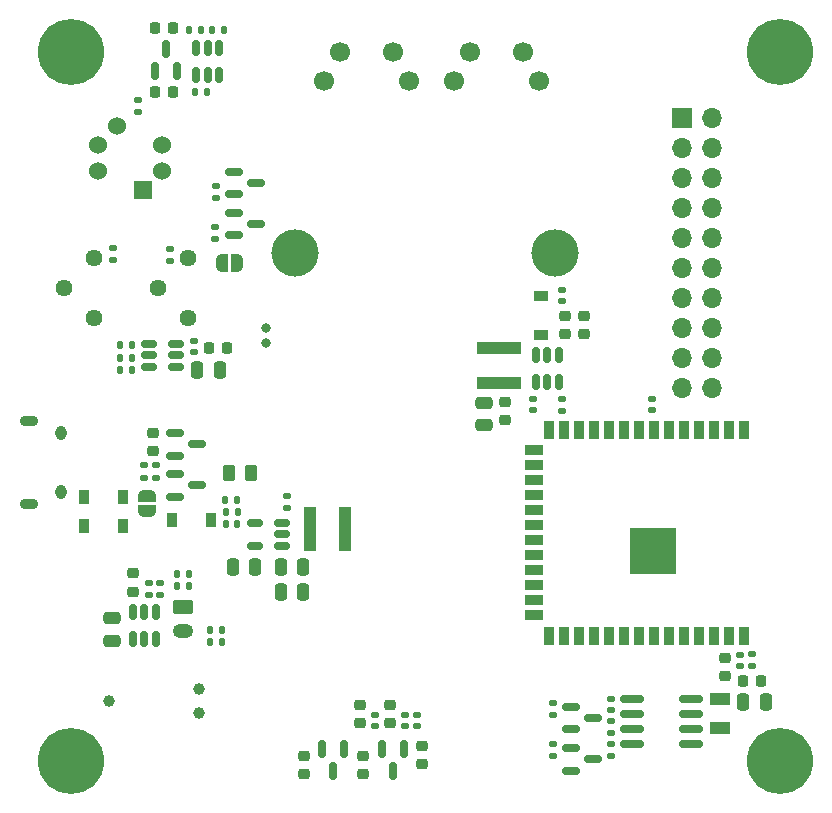
<source format=gbs>
G04 #@! TF.GenerationSoftware,KiCad,Pcbnew,(6.0.10)*
G04 #@! TF.CreationDate,2023-01-06T16:36:23-08:00*
G04 #@! TF.ProjectId,ai-camera,61692d63-616d-4657-9261-2e6b69636164,rev?*
G04 #@! TF.SameCoordinates,Original*
G04 #@! TF.FileFunction,Soldermask,Bot*
G04 #@! TF.FilePolarity,Negative*
%FSLAX46Y46*%
G04 Gerber Fmt 4.6, Leading zero omitted, Abs format (unit mm)*
G04 Created by KiCad (PCBNEW (6.0.10)) date 2023-01-06 16:36:23*
%MOMM*%
%LPD*%
G01*
G04 APERTURE LIST*
G04 Aperture macros list*
%AMRoundRect*
0 Rectangle with rounded corners*
0 $1 Rounding radius*
0 $2 $3 $4 $5 $6 $7 $8 $9 X,Y pos of 4 corners*
0 Add a 4 corners polygon primitive as box body*
4,1,4,$2,$3,$4,$5,$6,$7,$8,$9,$2,$3,0*
0 Add four circle primitives for the rounded corners*
1,1,$1+$1,$2,$3*
1,1,$1+$1,$4,$5*
1,1,$1+$1,$6,$7*
1,1,$1+$1,$8,$9*
0 Add four rect primitives between the rounded corners*
20,1,$1+$1,$2,$3,$4,$5,0*
20,1,$1+$1,$4,$5,$6,$7,0*
20,1,$1+$1,$6,$7,$8,$9,0*
20,1,$1+$1,$8,$9,$2,$3,0*%
%AMFreePoly0*
4,1,22,0.500000,-0.750000,0.000000,-0.750000,0.000000,-0.745033,-0.079941,-0.743568,-0.215256,-0.701293,-0.333266,-0.622738,-0.424486,-0.514219,-0.481581,-0.384460,-0.499164,-0.250000,-0.500000,-0.250000,-0.500000,0.250000,-0.499164,0.250000,-0.499963,0.256109,-0.478152,0.396186,-0.417904,0.524511,-0.324060,0.630769,-0.204165,0.706417,-0.067858,0.745374,0.000000,0.744959,0.000000,0.750000,
0.500000,0.750000,0.500000,-0.750000,0.500000,-0.750000,$1*%
%AMFreePoly1*
4,1,20,0.000000,0.744959,0.073905,0.744508,0.209726,0.703889,0.328688,0.626782,0.421226,0.519385,0.479903,0.390333,0.500000,0.250000,0.500000,-0.250000,0.499851,-0.262216,0.476331,-0.402017,0.414519,-0.529596,0.319384,-0.634700,0.198574,-0.708877,0.061801,-0.746166,0.000000,-0.745033,0.000000,-0.750000,-0.500000,-0.750000,-0.500000,0.750000,0.000000,0.750000,0.000000,0.744959,
0.000000,0.744959,$1*%
G04 Aperture macros list end*
%ADD10C,5.600000*%
%ADD11C,3.600000*%
%ADD12C,4.000000*%
%ADD13C,1.700000*%
%ADD14RoundRect,0.250000X-0.625000X0.350000X-0.625000X-0.350000X0.625000X-0.350000X0.625000X0.350000X0*%
%ADD15O,1.750000X1.200000*%
%ADD16C,1.440000*%
%ADD17C,0.800000*%
%ADD18O,1.550000X0.890000*%
%ADD19O,0.950000X1.250000*%
%ADD20R,1.700000X1.700000*%
%ADD21O,1.700000X1.700000*%
%ADD22R,1.524000X1.524000*%
%ADD23C,1.524000*%
%ADD24C,0.990600*%
%ADD25RoundRect,0.150000X-0.587500X-0.150000X0.587500X-0.150000X0.587500X0.150000X-0.587500X0.150000X0*%
%ADD26RoundRect,0.250000X0.475000X-0.250000X0.475000X0.250000X-0.475000X0.250000X-0.475000X-0.250000X0*%
%ADD27R,1.100000X3.700000*%
%ADD28RoundRect,0.225000X0.250000X-0.225000X0.250000X0.225000X-0.250000X0.225000X-0.250000X-0.225000X0*%
%ADD29RoundRect,0.140000X0.170000X-0.140000X0.170000X0.140000X-0.170000X0.140000X-0.170000X-0.140000X0*%
%ADD30RoundRect,0.135000X0.185000X-0.135000X0.185000X0.135000X-0.185000X0.135000X-0.185000X-0.135000X0*%
%ADD31RoundRect,0.135000X0.135000X0.185000X-0.135000X0.185000X-0.135000X-0.185000X0.135000X-0.185000X0*%
%ADD32R,0.900000X1.500000*%
%ADD33R,1.500000X0.900000*%
%ADD34C,0.600000*%
%ADD35R,3.900000X3.900000*%
%ADD36RoundRect,0.140000X0.140000X0.170000X-0.140000X0.170000X-0.140000X-0.170000X0.140000X-0.170000X0*%
%ADD37R,1.800000X1.000000*%
%ADD38RoundRect,0.225000X0.225000X0.250000X-0.225000X0.250000X-0.225000X-0.250000X0.225000X-0.250000X0*%
%ADD39RoundRect,0.140000X-0.170000X0.140000X-0.170000X-0.140000X0.170000X-0.140000X0.170000X0.140000X0*%
%ADD40R,0.900000X1.200000*%
%ADD41RoundRect,0.135000X-0.135000X-0.185000X0.135000X-0.185000X0.135000X0.185000X-0.135000X0.185000X0*%
%ADD42RoundRect,0.250000X0.250000X0.475000X-0.250000X0.475000X-0.250000X-0.475000X0.250000X-0.475000X0*%
%ADD43RoundRect,0.135000X-0.185000X0.135000X-0.185000X-0.135000X0.185000X-0.135000X0.185000X0.135000X0*%
%ADD44R,3.700000X1.100000*%
%ADD45RoundRect,0.150000X-0.150000X0.587500X-0.150000X-0.587500X0.150000X-0.587500X0.150000X0.587500X0*%
%ADD46RoundRect,0.140000X-0.140000X-0.170000X0.140000X-0.170000X0.140000X0.170000X-0.140000X0.170000X0*%
%ADD47FreePoly0,270.000000*%
%ADD48FreePoly1,270.000000*%
%ADD49RoundRect,0.150000X0.150000X-0.587500X0.150000X0.587500X-0.150000X0.587500X-0.150000X-0.587500X0*%
%ADD50FreePoly0,180.000000*%
%ADD51FreePoly1,180.000000*%
%ADD52RoundRect,0.150000X0.825000X0.150000X-0.825000X0.150000X-0.825000X-0.150000X0.825000X-0.150000X0*%
%ADD53RoundRect,0.150000X-0.150000X0.512500X-0.150000X-0.512500X0.150000X-0.512500X0.150000X0.512500X0*%
%ADD54RoundRect,0.225000X-0.250000X0.225000X-0.250000X-0.225000X0.250000X-0.225000X0.250000X0.225000X0*%
%ADD55R,1.200000X0.900000*%
%ADD56RoundRect,0.225000X-0.225000X-0.250000X0.225000X-0.250000X0.225000X0.250000X-0.225000X0.250000X0*%
%ADD57RoundRect,0.150000X0.512500X0.150000X-0.512500X0.150000X-0.512500X-0.150000X0.512500X-0.150000X0*%
%ADD58RoundRect,0.250000X-0.250000X-0.475000X0.250000X-0.475000X0.250000X0.475000X-0.250000X0.475000X0*%
%ADD59RoundRect,0.150000X-0.512500X-0.150000X0.512500X-0.150000X0.512500X0.150000X-0.512500X0.150000X0*%
%ADD60RoundRect,0.250000X0.262500X0.450000X-0.262500X0.450000X-0.262500X-0.450000X0.262500X-0.450000X0*%
%ADD61RoundRect,0.150000X0.150000X-0.512500X0.150000X0.512500X-0.150000X0.512500X-0.150000X-0.512500X0*%
G04 APERTURE END LIST*
D10*
X100000000Y-110000000D03*
D11*
X100000000Y-110000000D03*
X100000000Y-50000000D03*
D10*
X100000000Y-50000000D03*
D12*
X119000000Y-67000000D03*
X141000000Y-67000000D03*
D13*
X121400000Y-52500000D03*
X128600000Y-52500000D03*
X127250000Y-50000000D03*
X122750000Y-50000000D03*
D14*
X109450000Y-97000000D03*
D15*
X109450000Y-99000000D03*
D16*
X109925000Y-67475000D03*
X107385000Y-70015000D03*
X109925000Y-72555000D03*
D13*
X139600000Y-52500000D03*
X132400000Y-52500000D03*
X138250000Y-50000000D03*
X133750000Y-50000000D03*
D17*
X116500000Y-74625000D03*
X116500000Y-73375000D03*
D18*
X96450000Y-81250000D03*
D19*
X99150000Y-87250000D03*
X99150000Y-82250000D03*
D18*
X96450000Y-88250000D03*
D16*
X101925000Y-67475000D03*
X99385000Y-70015000D03*
X101925000Y-72555000D03*
D11*
X160000000Y-50000000D03*
D10*
X160000000Y-50000000D03*
D20*
X151725000Y-55575000D03*
D21*
X154265000Y-55575000D03*
X151725000Y-58115000D03*
X154265000Y-58115000D03*
X151725000Y-60655000D03*
X154265000Y-60655000D03*
X151725000Y-63195000D03*
X154265000Y-63195000D03*
X151725000Y-65735000D03*
X154265000Y-65735000D03*
X151725000Y-68275000D03*
X154265000Y-68275000D03*
X151725000Y-70815000D03*
X154265000Y-70815000D03*
X151725000Y-73355000D03*
X154265000Y-73355000D03*
X151725000Y-75895000D03*
X154265000Y-75895000D03*
X151725000Y-78435000D03*
X154265000Y-78435000D03*
D11*
X160000000Y-110000000D03*
D10*
X160000000Y-110000000D03*
D22*
X106123152Y-61691848D03*
D23*
X107700000Y-60115000D03*
X107700000Y-57885000D03*
X103876848Y-56308152D03*
X102300000Y-57885000D03*
X102300000Y-60115000D03*
D24*
X110810000Y-106016000D03*
X110810000Y-103984000D03*
X103190000Y-105000000D03*
D25*
X113772500Y-65540000D03*
X113772500Y-63640000D03*
X115647500Y-64590000D03*
D26*
X103450000Y-99850000D03*
X103450000Y-97950000D03*
D27*
X120230000Y-90360000D03*
X123230000Y-90360000D03*
D28*
X136790000Y-81185000D03*
X136790000Y-79635000D03*
D29*
X145750000Y-105730000D03*
X145750000Y-104770000D03*
D30*
X118275000Y-88635000D03*
X118275000Y-87615000D03*
D31*
X112790000Y-99970000D03*
X111770000Y-99970000D03*
D32*
X156980000Y-99480000D03*
X155710000Y-99480000D03*
X154440000Y-99480000D03*
X153170000Y-99480000D03*
X151900000Y-99480000D03*
X150630000Y-99480000D03*
X149360000Y-99480000D03*
X148090000Y-99480000D03*
X146820000Y-99480000D03*
X145550000Y-99480000D03*
X144280000Y-99480000D03*
X143010000Y-99480000D03*
X141740000Y-99480000D03*
X140470000Y-99480000D03*
D33*
X139220000Y-97715000D03*
X139220000Y-96445000D03*
X139220000Y-95175000D03*
X139220000Y-93905000D03*
X139220000Y-92635000D03*
X139220000Y-91365000D03*
X139220000Y-90095000D03*
X139220000Y-88825000D03*
X139220000Y-87555000D03*
X139220000Y-86285000D03*
X139220000Y-85015000D03*
X139220000Y-83745000D03*
D32*
X140470000Y-81980000D03*
X141740000Y-81980000D03*
X143010000Y-81980000D03*
X144280000Y-81980000D03*
X145550000Y-81980000D03*
X146820000Y-81980000D03*
X148090000Y-81980000D03*
X149360000Y-81980000D03*
X150630000Y-81980000D03*
X151900000Y-81980000D03*
X153170000Y-81980000D03*
X154440000Y-81980000D03*
X155710000Y-81980000D03*
X156980000Y-81980000D03*
D34*
X149960000Y-92230000D03*
D35*
X149260000Y-92230000D03*
D34*
X149960000Y-93630000D03*
X149260000Y-92930000D03*
X149960000Y-90830000D03*
X147860000Y-92930000D03*
X150660000Y-92930000D03*
X147860000Y-91530000D03*
X149260000Y-91530000D03*
X148560000Y-90830000D03*
X148560000Y-92230000D03*
X150660000Y-91530000D03*
X148560000Y-93630000D03*
D36*
X105155000Y-75875000D03*
X104195000Y-75875000D03*
D37*
X154925000Y-107275000D03*
X154925000Y-104775000D03*
D38*
X113250000Y-75100000D03*
X111700000Y-75100000D03*
D39*
X141580000Y-70130000D03*
X141580000Y-71090000D03*
D40*
X104425000Y-90125000D03*
X101125000Y-90125000D03*
D41*
X104190000Y-74825000D03*
X105210000Y-74825000D03*
D38*
X108645000Y-47955000D03*
X107095000Y-47955000D03*
D42*
X112600000Y-76900000D03*
X110700000Y-76900000D03*
D39*
X156620000Y-101030000D03*
X156620000Y-101990000D03*
D28*
X124750000Y-111150000D03*
X124750000Y-109600000D03*
D25*
X108775000Y-84175000D03*
X108775000Y-82275000D03*
X110650000Y-83225000D03*
D29*
X105720000Y-55060000D03*
X105720000Y-54100000D03*
D30*
X107550000Y-95985000D03*
X107550000Y-94965000D03*
X145750000Y-109635000D03*
X145750000Y-108615000D03*
D39*
X129260000Y-106130000D03*
X129260000Y-107090000D03*
D28*
X124440000Y-106845000D03*
X124440000Y-105295000D03*
D43*
X140800000Y-105110000D03*
X140800000Y-106130000D03*
D36*
X111500000Y-53392500D03*
X110540000Y-53392500D03*
D44*
X136240000Y-78070000D03*
X136240000Y-75070000D03*
D43*
X108350000Y-66690000D03*
X108350000Y-67710000D03*
D45*
X126325000Y-108987500D03*
X128225000Y-108987500D03*
X127275000Y-110862500D03*
D43*
X103525000Y-66615000D03*
X103525000Y-67635000D03*
D31*
X111005000Y-48167500D03*
X109985000Y-48167500D03*
D46*
X113120000Y-90010000D03*
X114080000Y-90010000D03*
D47*
X106450000Y-87575000D03*
D48*
X106450000Y-88875000D03*
D41*
X113090000Y-88970000D03*
X114110000Y-88970000D03*
D26*
X134970000Y-81590000D03*
X134970000Y-79690000D03*
D30*
X112235000Y-65850000D03*
X112235000Y-64830000D03*
D39*
X110425000Y-74445000D03*
X110425000Y-75405000D03*
D49*
X109020000Y-51617500D03*
X107120000Y-51617500D03*
X108070000Y-49742500D03*
D39*
X157630000Y-101020000D03*
X157630000Y-101980000D03*
D31*
X114100000Y-87930000D03*
X113080000Y-87930000D03*
D50*
X114070000Y-67850000D03*
D51*
X112770000Y-67850000D03*
D52*
X152475000Y-104795000D03*
X152475000Y-106065000D03*
X152475000Y-107335000D03*
X152475000Y-108605000D03*
X147525000Y-108605000D03*
X147525000Y-107335000D03*
X147525000Y-106065000D03*
X147525000Y-104795000D03*
D53*
X139395000Y-75692500D03*
X140345000Y-75692500D03*
X141295000Y-75692500D03*
X141295000Y-77967500D03*
X140345000Y-77967500D03*
X139395000Y-77967500D03*
D54*
X141850000Y-72365000D03*
X141850000Y-73915000D03*
D53*
X110620000Y-49655000D03*
X111570000Y-49655000D03*
X112520000Y-49655000D03*
X112520000Y-51930000D03*
X111570000Y-51930000D03*
X110620000Y-51930000D03*
D41*
X111935000Y-48167500D03*
X112955000Y-48167500D03*
D40*
X104425000Y-87725000D03*
X101125000Y-87725000D03*
D25*
X142337500Y-107325000D03*
X142337500Y-105425000D03*
X144212500Y-106375000D03*
D43*
X107237500Y-85015000D03*
X107237500Y-86035000D03*
D30*
X106212500Y-86035000D03*
X106212500Y-85015000D03*
D55*
X139810000Y-70640000D03*
X139810000Y-73940000D03*
D56*
X156865000Y-103230000D03*
X158415000Y-103230000D03*
D30*
X141560000Y-80380000D03*
X141560000Y-79360000D03*
D43*
X140800000Y-108630000D03*
X140800000Y-109650000D03*
D28*
X155350000Y-102865000D03*
X155350000Y-101315000D03*
D56*
X107095000Y-53430000D03*
X108645000Y-53430000D03*
D39*
X149230000Y-79360000D03*
X149230000Y-80320000D03*
D57*
X117835000Y-89910000D03*
X117835000Y-90860000D03*
X117835000Y-91810000D03*
X115560000Y-91810000D03*
X115560000Y-89910000D03*
D54*
X143400000Y-72355000D03*
X143400000Y-73905000D03*
D41*
X108940000Y-95240000D03*
X109960000Y-95240000D03*
D42*
X119690000Y-93630000D03*
X117790000Y-93630000D03*
D58*
X113700000Y-93620000D03*
X115600000Y-93620000D03*
D28*
X119695000Y-111125000D03*
X119695000Y-109575000D03*
D36*
X105155000Y-76925000D03*
X104195000Y-76925000D03*
D59*
X106637500Y-76650000D03*
X106637500Y-75700000D03*
X106637500Y-74750000D03*
X108912500Y-74750000D03*
X108912500Y-75700000D03*
X108912500Y-76650000D03*
D43*
X145750000Y-106665000D03*
X145750000Y-107685000D03*
D39*
X128270000Y-106140000D03*
X128270000Y-107100000D03*
D40*
X111850000Y-89650000D03*
X108550000Y-89650000D03*
D58*
X156910000Y-105030000D03*
X158810000Y-105030000D03*
D30*
X106600000Y-96010000D03*
X106600000Y-94990000D03*
D41*
X108940000Y-94190000D03*
X109960000Y-94190000D03*
D54*
X105275000Y-94150000D03*
X105275000Y-95700000D03*
D28*
X126990000Y-106845000D03*
X126990000Y-105295000D03*
D43*
X112260000Y-61355000D03*
X112260000Y-62375000D03*
D28*
X106987500Y-83800000D03*
X106987500Y-82250000D03*
D42*
X119680000Y-95690000D03*
X117780000Y-95690000D03*
D54*
X129760000Y-108735000D03*
X129760000Y-110285000D03*
D60*
X115237500Y-85650000D03*
X113412500Y-85650000D03*
D45*
X121245000Y-108987500D03*
X123145000Y-108987500D03*
X122195000Y-110862500D03*
D39*
X125710000Y-106120000D03*
X125710000Y-107080000D03*
D25*
X142337500Y-110850000D03*
X142337500Y-108950000D03*
X144212500Y-109900000D03*
D61*
X107175000Y-99712500D03*
X106225000Y-99712500D03*
X105275000Y-99712500D03*
X105275000Y-97437500D03*
X106225000Y-97437500D03*
X107175000Y-97437500D03*
D25*
X113797500Y-62040000D03*
X113797500Y-60140000D03*
X115672500Y-61090000D03*
D29*
X139100000Y-80330000D03*
X139100000Y-79370000D03*
D41*
X111760000Y-98950000D03*
X112780000Y-98950000D03*
D25*
X108775000Y-87650000D03*
X108775000Y-85750000D03*
X110650000Y-86700000D03*
M02*

</source>
